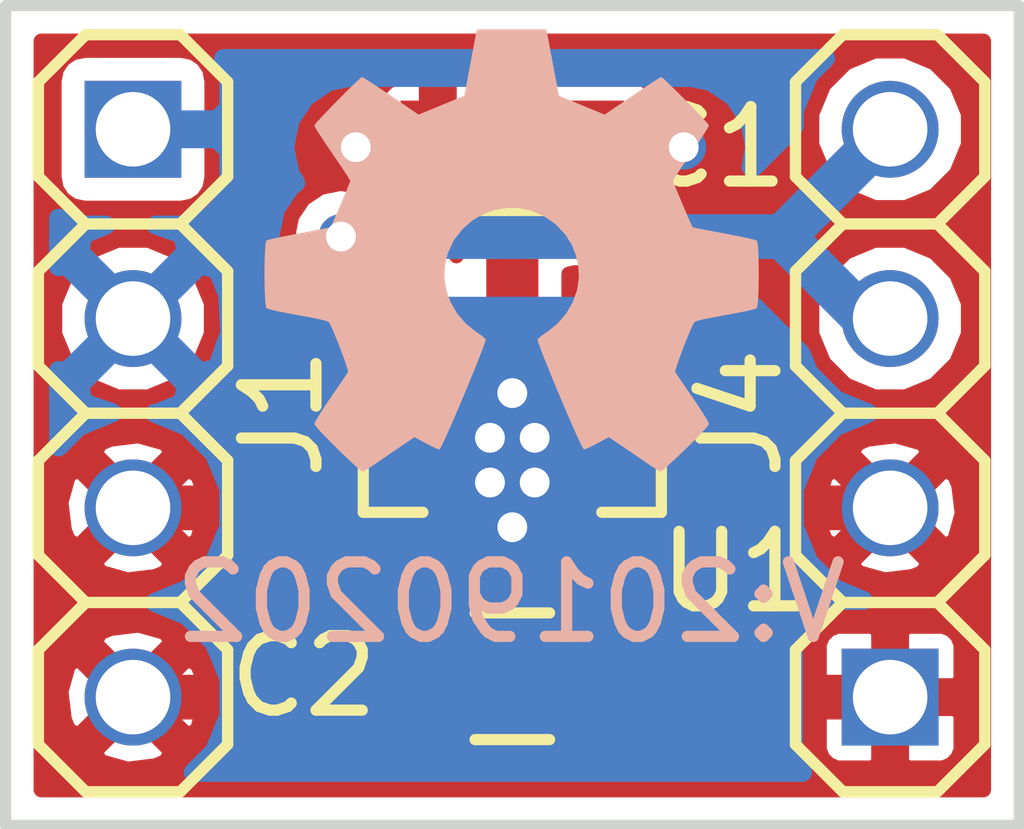
<source format=kicad_pcb>
(kicad_pcb (version 20171130) (host pcbnew 5.0.2-bee76a0~70~ubuntu18.04.1)

  (general
    (thickness 1.6)
    (drawings 4)
    (tracks 38)
    (zones 0)
    (modules 7)
    (nets 4)
  )

  (page A4)
  (layers
    (0 F.Cu signal)
    (31 B.Cu signal)
    (32 B.Adhes user)
    (33 F.Adhes user)
    (34 B.Paste user)
    (35 F.Paste user)
    (36 B.SilkS user)
    (37 F.SilkS user)
    (38 B.Mask user)
    (39 F.Mask user)
    (40 Dwgs.User user)
    (41 Cmts.User user)
    (42 Eco1.User user)
    (43 Eco2.User user)
    (44 Edge.Cuts user)
    (45 Margin user)
    (46 B.CrtYd user)
    (47 F.CrtYd user)
    (48 B.Fab user)
    (49 F.Fab user)
  )

  (setup
    (last_trace_width 0.1524)
    (user_trace_width 0.1524)
    (user_trace_width 0.2)
    (user_trace_width 0.3)
    (user_trace_width 0.4)
    (user_trace_width 0.6)
    (user_trace_width 1)
    (user_trace_width 1.5)
    (user_trace_width 2)
    (trace_clearance 0.1524)
    (zone_clearance 0.3)
    (zone_45_only no)
    (trace_min 0.1524)
    (segment_width 0.2)
    (edge_width 0.15)
    (via_size 0.381)
    (via_drill 0.254)
    (via_min_size 0.381)
    (via_min_drill 0.254)
    (user_via 0.381 0.254)
    (user_via 0.55 0.4)
    (user_via 0.75 0.6)
    (user_via 0.95 0.8)
    (user_via 1.3 1)
    (user_via 1.5 1.2)
    (user_via 1.7 1.4)
    (user_via 1.9 1.6)
    (uvia_size 0.381)
    (uvia_drill 0.254)
    (uvias_allowed no)
    (uvia_min_size 0.381)
    (uvia_min_drill 0.254)
    (pcb_text_width 0.3)
    (pcb_text_size 1.5 1.5)
    (mod_edge_width 0.15)
    (mod_text_size 1 1)
    (mod_text_width 0.15)
    (pad_size 1 1.25)
    (pad_drill 0)
    (pad_to_mask_clearance 0.05)
    (solder_mask_min_width 0.1)
    (aux_axis_origin 0 0)
    (visible_elements FFFFFF7F)
    (pcbplotparams
      (layerselection 0x010f0_ffffffff)
      (usegerberextensions true)
      (usegerberattributes false)
      (usegerberadvancedattributes false)
      (creategerberjobfile false)
      (excludeedgelayer true)
      (linewidth 0.100000)
      (plotframeref false)
      (viasonmask false)
      (mode 1)
      (useauxorigin false)
      (hpglpennumber 1)
      (hpglpenspeed 20)
      (hpglpendiameter 15.000000)
      (psnegative false)
      (psa4output false)
      (plotreference true)
      (plotvalue true)
      (plotinvisibletext false)
      (padsonsilk false)
      (subtractmaskfromsilk false)
      (outputformat 1)
      (mirror false)
      (drillshape 0)
      (scaleselection 1)
      (outputdirectory "MCP1702_SOT89_breakoutmodule_JST_plots"))
  )

  (net 0 "")
  (net 1 +12V)
  (net 2 GND)
  (net 3 VDD)

  (net_class Default "This is the default net class."
    (clearance 0.1524)
    (trace_width 0.1524)
    (via_dia 0.381)
    (via_drill 0.254)
    (uvia_dia 0.381)
    (uvia_drill 0.254)
    (add_net +12V)
    (add_net GND)
    (add_net VDD)
  )

  (module SquantorIC:SOT89-ViaTab-Microchip-MB (layer F.Cu) (tedit 5C0A7B02) (tstamp 5C0A8B4E)
    (at 135.9 76.1 180)
    (path /5BE4AA1E)
    (fp_text reference U1 (at -3 -3.5 180) (layer F.SilkS)
      (effects (font (size 1 1) (thickness 0.15)))
    )
    (fp_text value MCP1702-MB (at 0 2 180) (layer F.Fab) hide
      (effects (font (size 1 1) (thickness 0.15)))
    )
    (fp_line (start 2 -2.7) (end 2 -1) (layer F.SilkS) (width 0.15))
    (fp_line (start 1.2 -2.7) (end 2 -2.7) (layer F.SilkS) (width 0.15))
    (fp_line (start -2 -2.7) (end -1.2 -2.7) (layer F.SilkS) (width 0.15))
    (fp_line (start -2 -1) (end -2 -2.7) (layer F.SilkS) (width 0.15))
    (pad 1 smd rect (at -1.5 0 180) (size 0.7 1.4) (layers F.Cu F.Paste F.Mask)
      (net 2 GND))
    (pad 2 smd rect (at 0 0 180) (size 0.7 1.4) (layers F.Cu F.Paste F.Mask)
      (net 1 +12V))
    (pad 3 smd rect (at 1.5 0 180) (size 0.7 1.4) (layers F.Cu F.Paste F.Mask)
      (net 3 VDD))
    (pad TAB smd oval (at 0 -2.1 180) (size 2 3.05) (layers F.Cu F.Paste F.Mask)
      (net 1 +12V) (zone_connect 2))
    (pad TAB thru_hole rect (at -0.3 -1.7 180) (size 0.6 0.6) (drill 0.4) (layers *.Cu *.Mask)
      (net 1 +12V) (zone_connect 2))
    (pad TAB thru_hole rect (at 0.3 -1.7 180) (size 0.6 0.6) (drill 0.4) (layers *.Cu *.Mask)
      (net 1 +12V) (zone_connect 2))
    (pad TAB thru_hole rect (at 0.3 -2.3 180) (size 0.6 0.6) (drill 0.4) (layers *.Cu *.Mask)
      (net 1 +12V) (zone_connect 2))
    (pad TAB thru_hole rect (at -0.3 -2.3 180) (size 0.6 0.6) (drill 0.4) (layers *.Cu *.Mask)
      (net 1 +12V) (zone_connect 2))
    (pad TAB thru_hole rect (at 0 -2.9 180) (size 0.6 0.6) (drill 0.4) (layers *.Cu *.Mask)
      (net 1 +12V) (zone_connect 2))
    (pad TAB thru_hole rect (at 0 -1.1 180) (size 0.6 0.6) (drill 0.4) (layers *.Cu *.Mask)
      (net 1 +12V) (zone_connect 2))
  )

  (module Symbols:OSHW-Symbol_6.7x6mm_SilkScreen (layer B.Cu) (tedit 0) (tstamp 5A135134)
    (at 135.9 75.3 180)
    (descr "Open Source Hardware Symbol")
    (tags "Logo Symbol OSHW")
    (path /5A135869)
    (attr virtual)
    (fp_text reference N1 (at 0 0 180) (layer B.SilkS) hide
      (effects (font (size 1 1) (thickness 0.15)) (justify mirror))
    )
    (fp_text value OHWLOGO (at 0.75 0 180) (layer B.Fab) hide
      (effects (font (size 1 1) (thickness 0.15)) (justify mirror))
    )
    (fp_poly (pts (xy 0.555814 2.531069) (xy 0.639635 2.086445) (xy 0.94892 1.958947) (xy 1.258206 1.831449)
      (xy 1.629246 2.083754) (xy 1.733157 2.154004) (xy 1.827087 2.216728) (xy 1.906652 2.269062)
      (xy 1.96747 2.308143) (xy 2.005157 2.331107) (xy 2.015421 2.336058) (xy 2.03391 2.323324)
      (xy 2.07342 2.288118) (xy 2.129522 2.234938) (xy 2.197787 2.168282) (xy 2.273786 2.092646)
      (xy 2.353092 2.012528) (xy 2.431275 1.932426) (xy 2.503907 1.856836) (xy 2.566559 1.790255)
      (xy 2.614803 1.737182) (xy 2.64421 1.702113) (xy 2.651241 1.690377) (xy 2.641123 1.66874)
      (xy 2.612759 1.621338) (xy 2.569129 1.552807) (xy 2.513218 1.467785) (xy 2.448006 1.370907)
      (xy 2.410219 1.31565) (xy 2.341343 1.214752) (xy 2.28014 1.123701) (xy 2.229578 1.04703)
      (xy 2.192628 0.989272) (xy 2.172258 0.954957) (xy 2.169197 0.947746) (xy 2.176136 0.927252)
      (xy 2.195051 0.879487) (xy 2.223087 0.811168) (xy 2.257391 0.729011) (xy 2.295109 0.63973)
      (xy 2.333387 0.550042) (xy 2.36937 0.466662) (xy 2.400206 0.396306) (xy 2.423039 0.34569)
      (xy 2.435017 0.321529) (xy 2.435724 0.320578) (xy 2.454531 0.315964) (xy 2.504618 0.305672)
      (xy 2.580793 0.290713) (xy 2.677865 0.272099) (xy 2.790643 0.250841) (xy 2.856442 0.238582)
      (xy 2.97695 0.215638) (xy 3.085797 0.193805) (xy 3.177476 0.174278) (xy 3.246481 0.158252)
      (xy 3.287304 0.146921) (xy 3.295511 0.143326) (xy 3.303548 0.118994) (xy 3.310033 0.064041)
      (xy 3.31497 -0.015108) (xy 3.318364 -0.112026) (xy 3.320218 -0.220287) (xy 3.320538 -0.333465)
      (xy 3.319327 -0.445135) (xy 3.31659 -0.548868) (xy 3.312331 -0.638241) (xy 3.306555 -0.706826)
      (xy 3.299267 -0.748197) (xy 3.294895 -0.75681) (xy 3.268764 -0.767133) (xy 3.213393 -0.781892)
      (xy 3.136107 -0.799352) (xy 3.04423 -0.81778) (xy 3.012158 -0.823741) (xy 2.857524 -0.852066)
      (xy 2.735375 -0.874876) (xy 2.641673 -0.89308) (xy 2.572384 -0.907583) (xy 2.523471 -0.919292)
      (xy 2.490897 -0.929115) (xy 2.470628 -0.937956) (xy 2.458626 -0.946724) (xy 2.456947 -0.948457)
      (xy 2.440184 -0.976371) (xy 2.414614 -1.030695) (xy 2.382788 -1.104777) (xy 2.34726 -1.191965)
      (xy 2.310583 -1.285608) (xy 2.275311 -1.379052) (xy 2.243996 -1.465647) (xy 2.219193 -1.53874)
      (xy 2.203454 -1.591678) (xy 2.199332 -1.617811) (xy 2.199676 -1.618726) (xy 2.213641 -1.640086)
      (xy 2.245322 -1.687084) (xy 2.291391 -1.754827) (xy 2.348518 -1.838423) (xy 2.413373 -1.932982)
      (xy 2.431843 -1.959854) (xy 2.497699 -2.057275) (xy 2.55565 -2.146163) (xy 2.602538 -2.221412)
      (xy 2.635207 -2.27792) (xy 2.6505 -2.310581) (xy 2.651241 -2.314593) (xy 2.638392 -2.335684)
      (xy 2.602888 -2.377464) (xy 2.549293 -2.435445) (xy 2.482171 -2.505135) (xy 2.406087 -2.582045)
      (xy 2.325604 -2.661683) (xy 2.245287 -2.739561) (xy 2.169699 -2.811186) (xy 2.103405 -2.87207)
      (xy 2.050969 -2.917721) (xy 2.016955 -2.94365) (xy 2.007545 -2.947883) (xy 1.985643 -2.937912)
      (xy 1.9408 -2.91102) (xy 1.880321 -2.871736) (xy 1.833789 -2.840117) (xy 1.749475 -2.782098)
      (xy 1.649626 -2.713784) (xy 1.549473 -2.645579) (xy 1.495627 -2.609075) (xy 1.313371 -2.4858)
      (xy 1.160381 -2.56852) (xy 1.090682 -2.604759) (xy 1.031414 -2.632926) (xy 0.991311 -2.648991)
      (xy 0.981103 -2.651226) (xy 0.968829 -2.634722) (xy 0.944613 -2.588082) (xy 0.910263 -2.515609)
      (xy 0.867588 -2.421606) (xy 0.818394 -2.310374) (xy 0.76449 -2.186215) (xy 0.707684 -2.053432)
      (xy 0.649782 -1.916327) (xy 0.592593 -1.779202) (xy 0.537924 -1.646358) (xy 0.487584 -1.522098)
      (xy 0.44338 -1.410725) (xy 0.407119 -1.316539) (xy 0.380609 -1.243844) (xy 0.365658 -1.196941)
      (xy 0.363254 -1.180833) (xy 0.382311 -1.160286) (xy 0.424036 -1.126933) (xy 0.479706 -1.087702)
      (xy 0.484378 -1.084599) (xy 0.628264 -0.969423) (xy 0.744283 -0.835053) (xy 0.83143 -0.685784)
      (xy 0.888699 -0.525913) (xy 0.915086 -0.359737) (xy 0.909585 -0.191552) (xy 0.87119 -0.025655)
      (xy 0.798895 0.133658) (xy 0.777626 0.168513) (xy 0.666996 0.309263) (xy 0.536302 0.422286)
      (xy 0.390064 0.506997) (xy 0.232808 0.562806) (xy 0.069057 0.589126) (xy -0.096667 0.58537)
      (xy -0.259838 0.55095) (xy -0.415935 0.485277) (xy -0.560433 0.387765) (xy -0.605131 0.348187)
      (xy -0.718888 0.224297) (xy -0.801782 0.093876) (xy -0.858644 -0.052315) (xy -0.890313 -0.197088)
      (xy -0.898131 -0.35986) (xy -0.872062 -0.52344) (xy -0.814755 -0.682298) (xy -0.728856 -0.830906)
      (xy -0.617014 -0.963735) (xy -0.481877 -1.075256) (xy -0.464117 -1.087011) (xy -0.40785 -1.125508)
      (xy -0.365077 -1.158863) (xy -0.344628 -1.18016) (xy -0.344331 -1.180833) (xy -0.348721 -1.203871)
      (xy -0.366124 -1.256157) (xy -0.394732 -1.33339) (xy -0.432735 -1.431268) (xy -0.478326 -1.545491)
      (xy -0.529697 -1.671758) (xy -0.585038 -1.805767) (xy -0.642542 -1.943218) (xy -0.700399 -2.079808)
      (xy -0.756802 -2.211237) (xy -0.809942 -2.333205) (xy -0.85801 -2.441409) (xy -0.899199 -2.531549)
      (xy -0.931699 -2.599323) (xy -0.953703 -2.64043) (xy -0.962564 -2.651226) (xy -0.98964 -2.642819)
      (xy -1.040303 -2.620272) (xy -1.105817 -2.587613) (xy -1.141841 -2.56852) (xy -1.294832 -2.4858)
      (xy -1.477088 -2.609075) (xy -1.570125 -2.672228) (xy -1.671985 -2.741727) (xy -1.767438 -2.807165)
      (xy -1.81525 -2.840117) (xy -1.882495 -2.885273) (xy -1.939436 -2.921057) (xy -1.978646 -2.942938)
      (xy -1.991381 -2.947563) (xy -2.009917 -2.935085) (xy -2.050941 -2.900252) (xy -2.110475 -2.846678)
      (xy -2.184542 -2.777983) (xy -2.269165 -2.697781) (xy -2.322685 -2.646286) (xy -2.416319 -2.554286)
      (xy -2.497241 -2.471999) (xy -2.562177 -2.402945) (xy -2.607858 -2.350644) (xy -2.631011 -2.318616)
      (xy -2.633232 -2.312116) (xy -2.622924 -2.287394) (xy -2.594439 -2.237405) (xy -2.550937 -2.167212)
      (xy -2.495577 -2.081875) (xy -2.43152 -1.986456) (xy -2.413303 -1.959854) (xy -2.346927 -1.863167)
      (xy -2.287378 -1.776117) (xy -2.237984 -1.703595) (xy -2.202075 -1.650493) (xy -2.182981 -1.621703)
      (xy -2.181136 -1.618726) (xy -2.183895 -1.595782) (xy -2.198538 -1.545336) (xy -2.222513 -1.474041)
      (xy -2.253266 -1.388547) (xy -2.288244 -1.295507) (xy -2.324893 -1.201574) (xy -2.360661 -1.113399)
      (xy -2.392994 -1.037634) (xy -2.419338 -0.980931) (xy -2.437142 -0.949943) (xy -2.438407 -0.948457)
      (xy -2.449294 -0.939601) (xy -2.467682 -0.930843) (xy -2.497606 -0.921277) (xy -2.543103 -0.909996)
      (xy -2.608209 -0.896093) (xy -2.696961 -0.878663) (xy -2.813393 -0.856798) (xy -2.961542 -0.829591)
      (xy -2.993618 -0.823741) (xy -3.088686 -0.805374) (xy -3.171565 -0.787405) (xy -3.23493 -0.771569)
      (xy -3.271458 -0.7596) (xy -3.276356 -0.75681) (xy -3.284427 -0.732072) (xy -3.290987 -0.67679)
      (xy -3.296033 -0.597389) (xy -3.299559 -0.500296) (xy -3.301561 -0.391938) (xy -3.302036 -0.27874)
      (xy -3.300977 -0.167128) (xy -3.298382 -0.063529) (xy -3.294246 0.025632) (xy -3.288563 0.093928)
      (xy -3.281331 0.134934) (xy -3.276971 0.143326) (xy -3.252698 0.151792) (xy -3.197426 0.165565)
      (xy -3.116662 0.18345) (xy -3.015912 0.204252) (xy -2.900683 0.226777) (xy -2.837902 0.238582)
      (xy -2.718787 0.260849) (xy -2.612565 0.281021) (xy -2.524427 0.298085) (xy -2.459566 0.311031)
      (xy -2.423174 0.318845) (xy -2.417184 0.320578) (xy -2.407061 0.34011) (xy -2.385662 0.387157)
      (xy -2.355839 0.454997) (xy -2.320445 0.536909) (xy -2.282332 0.626172) (xy -2.244353 0.716065)
      (xy -2.20936 0.799865) (xy -2.180206 0.870853) (xy -2.159743 0.922306) (xy -2.150823 0.947503)
      (xy -2.150657 0.948604) (xy -2.160769 0.968481) (xy -2.189117 1.014223) (xy -2.232723 1.081283)
      (xy -2.288606 1.165116) (xy -2.353787 1.261174) (xy -2.391679 1.31635) (xy -2.460725 1.417519)
      (xy -2.52205 1.50937) (xy -2.572663 1.587256) (xy -2.609571 1.646531) (xy -2.629782 1.682549)
      (xy -2.632701 1.690623) (xy -2.620153 1.709416) (xy -2.585463 1.749543) (xy -2.533063 1.806507)
      (xy -2.467384 1.875815) (xy -2.392856 1.952969) (xy -2.313913 2.033475) (xy -2.234983 2.112837)
      (xy -2.1605 2.18656) (xy -2.094894 2.250148) (xy -2.042596 2.299106) (xy -2.008039 2.328939)
      (xy -1.996478 2.336058) (xy -1.977654 2.326047) (xy -1.932631 2.297922) (xy -1.865787 2.254546)
      (xy -1.781499 2.198782) (xy -1.684144 2.133494) (xy -1.610707 2.083754) (xy -1.239667 1.831449)
      (xy -0.621095 2.086445) (xy -0.537275 2.531069) (xy -0.453454 2.975693) (xy 0.471994 2.975693)
      (xy 0.555814 2.531069)) (layer B.SilkS) (width 0.01))
  )

  (module SquantorLabels:Label_version (layer B.Cu) (tedit 5B5A1E49) (tstamp 5BFE77D5)
    (at 135.3 80.01 90)
    (path /5A1357A5)
    (fp_text reference N2 (at 0 -1.4 90) (layer B.Fab) hide
      (effects (font (size 1 1) (thickness 0.15)) (justify mirror))
    )
    (fp_text value 20190202 (at 0 -0.1 180) (layer B.SilkS)
      (effects (font (size 1 1) (thickness 0.15)) (justify mirror))
    )
    (fp_text user V: (at 0 4.4 180) (layer B.SilkS)
      (effects (font (size 1 1) (thickness 0.15)) (justify mirror))
    )
  )

  (module SquantorRcl:C_0805 (layer F.Cu) (tedit 5415D6EA) (tstamp 5BFD038B)
    (at 135.9 73.9 180)
    (descr "Capacitor SMD 0805, reflow soldering, AVX (see smccp.pdf)")
    (tags "capacitor 0805")
    (path /5BE4AAB5)
    (attr smd)
    (fp_text reference C1 (at -2.7 0 180) (layer F.SilkS)
      (effects (font (size 1 1) (thickness 0.15)))
    )
    (fp_text value C (at -2.7 0 180) (layer F.Fab)
      (effects (font (size 1 1) (thickness 0.15)))
    )
    (fp_line (start -1 0.625) (end -1 -0.625) (layer F.Fab) (width 0.15))
    (fp_line (start 1 0.625) (end -1 0.625) (layer F.Fab) (width 0.15))
    (fp_line (start 1 -0.625) (end 1 0.625) (layer F.Fab) (width 0.15))
    (fp_line (start -1 -0.625) (end 1 -0.625) (layer F.Fab) (width 0.15))
    (fp_line (start -1.8 -1) (end 1.8 -1) (layer F.CrtYd) (width 0.05))
    (fp_line (start -1.8 1) (end 1.8 1) (layer F.CrtYd) (width 0.05))
    (fp_line (start -1.8 -1) (end -1.8 1) (layer F.CrtYd) (width 0.05))
    (fp_line (start 1.8 -1) (end 1.8 1) (layer F.CrtYd) (width 0.05))
    (fp_line (start 0.5 -0.85) (end -0.5 -0.85) (layer F.SilkS) (width 0.15))
    (fp_line (start -0.5 0.85) (end 0.5 0.85) (layer F.SilkS) (width 0.15))
    (pad 1 smd rect (at -1 0 180) (size 1 1.25) (layers F.Cu F.Paste F.Mask)
      (net 1 +12V))
    (pad 2 smd rect (at 1 0 180) (size 1 1.25) (layers F.Cu F.Paste F.Mask)
      (net 2 GND))
    (model Capacitors_SMD.3dshapes/C_0805.wrl
      (at (xyz 0 0 0))
      (scale (xyz 1 1 1))
      (rotate (xyz 0 0 0))
    )
  )

  (module SquantorRcl:C_0805 (layer F.Cu) (tedit 5415D6EA) (tstamp 5BFD039B)
    (at 135.9 81)
    (descr "Capacitor SMD 0805, reflow soldering, AVX (see smccp.pdf)")
    (tags "capacitor 0805")
    (path /5BE4AAF0)
    (attr smd)
    (fp_text reference C2 (at -2.8 0) (layer F.SilkS)
      (effects (font (size 1 1) (thickness 0.15)))
    )
    (fp_text value C (at -2.9 0) (layer F.Fab)
      (effects (font (size 1 1) (thickness 0.15)))
    )
    (fp_line (start -0.5 0.85) (end 0.5 0.85) (layer F.SilkS) (width 0.15))
    (fp_line (start 0.5 -0.85) (end -0.5 -0.85) (layer F.SilkS) (width 0.15))
    (fp_line (start 1.8 -1) (end 1.8 1) (layer F.CrtYd) (width 0.05))
    (fp_line (start -1.8 -1) (end -1.8 1) (layer F.CrtYd) (width 0.05))
    (fp_line (start -1.8 1) (end 1.8 1) (layer F.CrtYd) (width 0.05))
    (fp_line (start -1.8 -1) (end 1.8 -1) (layer F.CrtYd) (width 0.05))
    (fp_line (start -1 -0.625) (end 1 -0.625) (layer F.Fab) (width 0.15))
    (fp_line (start 1 -0.625) (end 1 0.625) (layer F.Fab) (width 0.15))
    (fp_line (start 1 0.625) (end -1 0.625) (layer F.Fab) (width 0.15))
    (fp_line (start -1 0.625) (end -1 -0.625) (layer F.Fab) (width 0.15))
    (pad 2 smd rect (at 1 0) (size 1 1.25) (layers F.Cu F.Paste F.Mask)
      (net 2 GND))
    (pad 1 smd rect (at -1 0) (size 1 1.25) (layers F.Cu F.Paste F.Mask)
      (net 3 VDD))
    (model Capacitors_SMD.3dshapes/C_0805.wrl
      (at (xyz 0 0 0))
      (scale (xyz 1 1 1))
      (rotate (xyz 0 0 0))
    )
  )

  (module SquantorConnectors:Header-0254-1X04-H010 (layer F.Cu) (tedit 5BE5435D) (tstamp 5BFD03C0)
    (at 130.81 77.47 270)
    (descr "PIN HEADER")
    (tags "PIN HEADER")
    (path /5BE4B042)
    (attr virtual)
    (fp_text reference J1 (at 0 -2 270) (layer F.SilkS)
      (effects (font (size 1 1) (thickness 0.15)))
    )
    (fp_text value Conn_01x04 (at 0 2.2 270) (layer F.Fab) hide
      (effects (font (size 1 1) (thickness 0.15)))
    )
    (fp_line (start 0 -0.635) (end 0.635 -1.27) (layer F.SilkS) (width 0.1524))
    (fp_line (start 0.635 -1.27) (end 1.905 -1.27) (layer F.SilkS) (width 0.1524))
    (fp_line (start 1.905 -1.27) (end 2.54 -0.635) (layer F.SilkS) (width 0.1524))
    (fp_line (start 2.54 -0.635) (end 2.54 0.635) (layer F.SilkS) (width 0.1524))
    (fp_line (start 2.54 0.635) (end 1.905 1.27) (layer F.SilkS) (width 0.1524))
    (fp_line (start 1.905 1.27) (end 0.635 1.27) (layer F.SilkS) (width 0.1524))
    (fp_line (start 0.635 1.27) (end 0 0.635) (layer F.SilkS) (width 0.1524))
    (fp_line (start -4.445 -1.27) (end -3.175 -1.27) (layer F.SilkS) (width 0.1524))
    (fp_line (start -3.175 -1.27) (end -2.54 -0.635) (layer F.SilkS) (width 0.1524))
    (fp_line (start -2.54 -0.635) (end -2.54 0.635) (layer F.SilkS) (width 0.1524))
    (fp_line (start -2.54 0.635) (end -3.175 1.27) (layer F.SilkS) (width 0.1524))
    (fp_line (start -2.54 -0.635) (end -1.905 -1.27) (layer F.SilkS) (width 0.1524))
    (fp_line (start -1.905 -1.27) (end -0.635 -1.27) (layer F.SilkS) (width 0.1524))
    (fp_line (start -0.635 -1.27) (end 0 -0.635) (layer F.SilkS) (width 0.1524))
    (fp_line (start 0 -0.635) (end 0 0.635) (layer F.SilkS) (width 0.1524))
    (fp_line (start 0 0.635) (end -0.635 1.27) (layer F.SilkS) (width 0.1524))
    (fp_line (start -0.635 1.27) (end -1.905 1.27) (layer F.SilkS) (width 0.1524))
    (fp_line (start -1.905 1.27) (end -2.54 0.635) (layer F.SilkS) (width 0.1524))
    (fp_line (start -5.08 -0.635) (end -5.08 0.635) (layer F.SilkS) (width 0.1524))
    (fp_line (start -4.445 -1.27) (end -5.08 -0.635) (layer F.SilkS) (width 0.1524))
    (fp_line (start -5.08 0.635) (end -4.445 1.27) (layer F.SilkS) (width 0.1524))
    (fp_line (start -3.175 1.27) (end -4.445 1.27) (layer F.SilkS) (width 0.1524))
    (fp_line (start 3.175 -1.27) (end 4.445 -1.27) (layer F.SilkS) (width 0.1524))
    (fp_line (start 4.445 -1.27) (end 5.08 -0.635) (layer F.SilkS) (width 0.1524))
    (fp_line (start 5.08 -0.635) (end 5.08 0.635) (layer F.SilkS) (width 0.1524))
    (fp_line (start 5.08 0.635) (end 4.445 1.27) (layer F.SilkS) (width 0.1524))
    (fp_line (start 3.175 -1.27) (end 2.54 -0.635) (layer F.SilkS) (width 0.1524))
    (fp_line (start 2.54 0.635) (end 3.175 1.27) (layer F.SilkS) (width 0.1524))
    (fp_line (start 4.445 1.27) (end 3.175 1.27) (layer F.SilkS) (width 0.1524))
    (pad 1 thru_hole rect (at -3.81 0 90) (size 1.3 1.3) (drill 1) (layers *.Cu *.Mask)
      (net 1 +12V))
    (pad 2 thru_hole circle (at -1.27 0 90) (size 1.3 1.3) (drill 1) (layers *.Cu *.Mask)
      (net 1 +12V))
    (pad 3 thru_hole circle (at 1.27 0 90) (size 1.3 1.3) (drill 1) (layers *.Cu *.Mask)
      (net 2 GND))
    (pad 4 thru_hole circle (at 3.81 0 90) (size 1.3 1.3) (drill 1) (layers *.Cu *.Mask)
      (net 2 GND))
  )

  (module SquantorConnectors:Header-0254-1X04-H010 (layer F.Cu) (tedit 5BE54358) (tstamp 5BFD0433)
    (at 140.97 77.47 90)
    (descr "PIN HEADER")
    (tags "PIN HEADER")
    (path /5BE4B50D)
    (attr virtual)
    (fp_text reference J4 (at 0 -2 90) (layer F.SilkS)
      (effects (font (size 1 1) (thickness 0.15)))
    )
    (fp_text value Conn_01x04 (at 0 2.2 90) (layer F.Fab) hide
      (effects (font (size 1 1) (thickness 0.15)))
    )
    (fp_line (start 4.445 1.27) (end 3.175 1.27) (layer F.SilkS) (width 0.1524))
    (fp_line (start 2.54 0.635) (end 3.175 1.27) (layer F.SilkS) (width 0.1524))
    (fp_line (start 3.175 -1.27) (end 2.54 -0.635) (layer F.SilkS) (width 0.1524))
    (fp_line (start 5.08 0.635) (end 4.445 1.27) (layer F.SilkS) (width 0.1524))
    (fp_line (start 5.08 -0.635) (end 5.08 0.635) (layer F.SilkS) (width 0.1524))
    (fp_line (start 4.445 -1.27) (end 5.08 -0.635) (layer F.SilkS) (width 0.1524))
    (fp_line (start 3.175 -1.27) (end 4.445 -1.27) (layer F.SilkS) (width 0.1524))
    (fp_line (start -3.175 1.27) (end -4.445 1.27) (layer F.SilkS) (width 0.1524))
    (fp_line (start -5.08 0.635) (end -4.445 1.27) (layer F.SilkS) (width 0.1524))
    (fp_line (start -4.445 -1.27) (end -5.08 -0.635) (layer F.SilkS) (width 0.1524))
    (fp_line (start -5.08 -0.635) (end -5.08 0.635) (layer F.SilkS) (width 0.1524))
    (fp_line (start -1.905 1.27) (end -2.54 0.635) (layer F.SilkS) (width 0.1524))
    (fp_line (start -0.635 1.27) (end -1.905 1.27) (layer F.SilkS) (width 0.1524))
    (fp_line (start 0 0.635) (end -0.635 1.27) (layer F.SilkS) (width 0.1524))
    (fp_line (start 0 -0.635) (end 0 0.635) (layer F.SilkS) (width 0.1524))
    (fp_line (start -0.635 -1.27) (end 0 -0.635) (layer F.SilkS) (width 0.1524))
    (fp_line (start -1.905 -1.27) (end -0.635 -1.27) (layer F.SilkS) (width 0.1524))
    (fp_line (start -2.54 -0.635) (end -1.905 -1.27) (layer F.SilkS) (width 0.1524))
    (fp_line (start -2.54 0.635) (end -3.175 1.27) (layer F.SilkS) (width 0.1524))
    (fp_line (start -2.54 -0.635) (end -2.54 0.635) (layer F.SilkS) (width 0.1524))
    (fp_line (start -3.175 -1.27) (end -2.54 -0.635) (layer F.SilkS) (width 0.1524))
    (fp_line (start -4.445 -1.27) (end -3.175 -1.27) (layer F.SilkS) (width 0.1524))
    (fp_line (start 0.635 1.27) (end 0 0.635) (layer F.SilkS) (width 0.1524))
    (fp_line (start 1.905 1.27) (end 0.635 1.27) (layer F.SilkS) (width 0.1524))
    (fp_line (start 2.54 0.635) (end 1.905 1.27) (layer F.SilkS) (width 0.1524))
    (fp_line (start 2.54 -0.635) (end 2.54 0.635) (layer F.SilkS) (width 0.1524))
    (fp_line (start 1.905 -1.27) (end 2.54 -0.635) (layer F.SilkS) (width 0.1524))
    (fp_line (start 0.635 -1.27) (end 1.905 -1.27) (layer F.SilkS) (width 0.1524))
    (fp_line (start 0 -0.635) (end 0.635 -1.27) (layer F.SilkS) (width 0.1524))
    (pad 4 thru_hole circle (at 3.81 0 270) (size 1.3 1.3) (drill 1) (layers *.Cu *.Mask)
      (net 3 VDD))
    (pad 3 thru_hole circle (at 1.27 0 270) (size 1.3 1.3) (drill 1) (layers *.Cu *.Mask)
      (net 3 VDD))
    (pad 2 thru_hole circle (at -1.27 0 270) (size 1.3 1.3) (drill 1) (layers *.Cu *.Mask)
      (net 2 GND))
    (pad 1 thru_hole rect (at -3.81 0 270) (size 1.3 1.3) (drill 1) (layers *.Cu *.Mask)
      (net 2 GND))
  )

  (gr_line (start 142.7 72) (end 142.7 83) (layer Edge.Cuts) (width 0.15))
  (gr_line (start 129.1 83) (end 129.1 72) (layer Edge.Cuts) (width 0.15))
  (gr_line (start 142.7 72) (end 129.1 72) (layer Edge.Cuts) (width 0.15))
  (gr_line (start 129.1 83) (end 142.7 83) (layer Edge.Cuts) (width 0.15))

  (segment (start 135.9 76.1) (end 135.9 78.1) (width 0.4) (layer F.Cu) (net 1))
  (segment (start 135.9 76.1) (end 135.9 75.2) (width 0.4) (layer F.Cu) (net 1))
  (segment (start 135.9 75.2) (end 136.1 75) (width 0.4) (layer F.Cu) (net 1))
  (segment (start 136.1 75) (end 136.6 75) (width 0.4) (layer F.Cu) (net 1))
  (segment (start 136.9 74.7) (end 136.9 73.9) (width 0.4) (layer F.Cu) (net 1))
  (segment (start 136.6 75) (end 136.9 74.7) (width 0.4) (layer F.Cu) (net 1))
  (segment (start 134.9 73.9) (end 133.8 73.9) (width 0.6) (layer F.Cu) (net 2))
  (via (at 133.8 73.9) (size 0.55) (drill 0.4) (layers F.Cu B.Cu) (net 2))
  (segment (start 133.8 73.9) (end 137.7 73.9) (width 0.6) (layer B.Cu) (net 2))
  (segment (start 132.12 81.28) (end 130.81 81.28) (width 0.6) (layer F.Cu) (net 2))
  (segment (start 133.8 73.9) (end 133.2 73.9) (width 0.6) (layer F.Cu) (net 2))
  (segment (start 132.5 80.9) (end 132.12 81.28) (width 0.6) (layer F.Cu) (net 2))
  (segment (start 133.2 73.9) (end 132.5 74.6) (width 0.6) (layer F.Cu) (net 2))
  (segment (start 132.46 78.74) (end 132.5 78.7) (width 0.6) (layer F.Cu) (net 2))
  (segment (start 130.81 78.74) (end 132.46 78.74) (width 0.6) (layer F.Cu) (net 2))
  (segment (start 132.5 74.6) (end 132.5 78.7) (width 0.6) (layer F.Cu) (net 2))
  (segment (start 132.5 78.7) (end 132.5 80.9) (width 0.6) (layer F.Cu) (net 2))
  (segment (start 137.7 73.9) (end 138.2 73.9) (width 0.6) (layer B.Cu) (net 2))
  (via (at 138.2 73.9) (size 0.55) (drill 0.4) (layers F.Cu B.Cu) (net 2))
  (segment (start 138.2 81) (end 136.9 81) (width 0.6) (layer F.Cu) (net 2))
  (segment (start 138.48 81.28) (end 138.2 81) (width 0.6) (layer F.Cu) (net 2))
  (segment (start 140.97 81.28) (end 138.48 81.28) (width 0.6) (layer F.Cu) (net 2))
  (segment (start 140.97 78.74) (end 138.26 78.74) (width 0.6) (layer F.Cu) (net 2))
  (segment (start 138.26 78.74) (end 138.2 78.8) (width 0.6) (layer F.Cu) (net 2))
  (segment (start 138.2 78.8) (end 138.2 81) (width 0.6) (layer F.Cu) (net 2))
  (segment (start 137.4 76.1) (end 138.2 76.1) (width 0.4) (layer F.Cu) (net 2))
  (segment (start 138.2 73.9) (end 138.2 76.1) (width 0.6) (layer F.Cu) (net 2))
  (segment (start 138.2 76.1) (end 138.2 78.8) (width 0.6) (layer F.Cu) (net 2))
  (segment (start 134.4 76.1) (end 133.8 76.1) (width 0.4) (layer F.Cu) (net 3))
  (segment (start 133.6 76.3) (end 133.6 80.7) (width 0.6) (layer F.Cu) (net 3))
  (segment (start 133.9 81) (end 134.9 81) (width 0.6) (layer F.Cu) (net 3))
  (segment (start 133.6 80.7) (end 133.9 81) (width 0.6) (layer F.Cu) (net 3))
  (segment (start 133.6 76.3) (end 133.6 75.1) (width 0.6) (layer F.Cu) (net 3))
  (via (at 133.6 75.1) (size 0.55) (drill 0.4) (layers F.Cu B.Cu) (net 3))
  (segment (start 139.53 75.1) (end 140.97 73.66) (width 0.6) (layer B.Cu) (net 3))
  (segment (start 133.6 75.1) (end 139.53 75.1) (width 0.6) (layer B.Cu) (net 3))
  (segment (start 140.63 76.2) (end 139.53 75.1) (width 0.6) (layer B.Cu) (net 3))
  (segment (start 140.97 76.2) (end 140.63 76.2) (width 0.6) (layer B.Cu) (net 3))

  (zone (net 1) (net_name +12V) (layer B.Cu) (tstamp 5BFE787B) (hatch edge 0.508)
    (connect_pads (clearance 0.508))
    (min_thickness 0.254)
    (fill yes (arc_segments 16) (thermal_gap 0.508) (thermal_bridge_width 0.508))
    (polygon
      (pts
        (xy 129.1 72) (xy 142.7 72) (xy 142.7 83) (xy 129.1 83)
      )
    )
    (filled_polygon
      (pts
        (xy 139.880629 72.932106) (xy 139.685 73.404398) (xy 139.685 73.622711) (xy 139.142711 74.165) (xy 139.100605 74.165)
        (xy 139.153317 73.9) (xy 139.08075 73.535181) (xy 138.874097 73.225903) (xy 138.564819 73.01925) (xy 138.292086 72.965)
        (xy 133.707914 72.965) (xy 133.435181 73.01925) (xy 133.125903 73.225903) (xy 132.91925 73.535181) (xy 132.846683 73.9)
        (xy 132.91925 74.264819) (xy 132.995715 74.379256) (xy 132.925903 74.425903) (xy 132.71925 74.735181) (xy 132.646683 75.1)
        (xy 132.71925 75.464819) (xy 132.925903 75.774097) (xy 133.235181 75.98075) (xy 133.507914 76.035) (xy 139.142711 76.035)
        (xy 139.771046 76.663335) (xy 139.880629 76.927894) (xy 140.242106 77.289371) (xy 140.678185 77.47) (xy 140.242106 77.650629)
        (xy 139.880629 78.012106) (xy 139.685 78.484398) (xy 139.685 78.995602) (xy 139.880629 79.467894) (xy 140.242106 79.829371)
        (xy 140.611938 79.98256) (xy 140.32 79.98256) (xy 140.072235 80.031843) (xy 139.862191 80.172191) (xy 139.721843 80.382235)
        (xy 139.67256 80.63) (xy 139.67256 81.93) (xy 139.721843 82.177765) (xy 139.796837 82.29) (xy 131.617265 82.29)
        (xy 131.899371 82.007894) (xy 132.095 81.535602) (xy 132.095 81.024398) (xy 131.899371 80.552106) (xy 131.537894 80.190629)
        (xy 131.101815 80.01) (xy 131.537894 79.829371) (xy 131.899371 79.467894) (xy 132.095 78.995602) (xy 132.095 78.484398)
        (xy 131.899371 78.012106) (xy 131.537894 77.650629) (xy 131.102366 77.470228) (xy 131.139428 77.468083) (xy 131.473729 77.329611)
        (xy 131.52941 77.099016) (xy 130.81 76.379605) (xy 130.09059 77.099016) (xy 130.146271 77.329611) (xy 130.532574 77.46404)
        (xy 130.082106 77.650629) (xy 129.81 77.922735) (xy 129.81 76.895026) (xy 129.910984 76.91941) (xy 130.630395 76.2)
        (xy 130.989605 76.2) (xy 131.709016 76.91941) (xy 131.939611 76.863729) (xy 132.107622 76.380922) (xy 132.078083 75.870572)
        (xy 131.939611 75.536271) (xy 131.709016 75.48059) (xy 130.989605 76.2) (xy 130.630395 76.2) (xy 129.910984 75.48059)
        (xy 129.81 75.504974) (xy 129.81 74.852344) (xy 130.03369 74.945) (xy 130.448987 74.945) (xy 130.146271 75.070389)
        (xy 130.09059 75.300984) (xy 130.81 76.020395) (xy 131.52941 75.300984) (xy 131.473729 75.070389) (xy 131.113403 74.945)
        (xy 131.58631 74.945) (xy 131.819699 74.848327) (xy 131.998327 74.669698) (xy 132.095 74.436309) (xy 132.095 73.94575)
        (xy 131.93625 73.787) (xy 130.937 73.787) (xy 130.937 73.807) (xy 130.683 73.807) (xy 130.683 73.787)
        (xy 130.663 73.787) (xy 130.663 73.533) (xy 130.683 73.533) (xy 130.683 73.513) (xy 130.937 73.513)
        (xy 130.937 73.533) (xy 131.93625 73.533) (xy 132.095 73.37425) (xy 132.095 72.883691) (xy 132.023055 72.71)
        (xy 140.102735 72.71)
      )
    )
  )
  (zone (net 2) (net_name GND) (layer F.Cu) (tstamp 5BFE7878) (hatch edge 0.508)
    (connect_pads (clearance 0.3))
    (min_thickness 0.2)
    (fill yes (arc_segments 16) (thermal_gap 0.2) (thermal_bridge_width 0.508))
    (polygon
      (pts
        (xy 129.1 72) (xy 142.7 72) (xy 142.7 83) (xy 129.1 83)
      )
    )
    (filled_polygon
      (pts
        (xy 142.225001 82.525) (xy 129.575 82.525) (xy 129.575 82.01132) (xy 130.296469 82.01132) (xy 130.372495 82.144175)
        (xy 130.736503 82.24582) (xy 131.111702 82.200427) (xy 131.247505 82.144175) (xy 131.323531 82.01132) (xy 130.81 81.497789)
        (xy 130.296469 82.01132) (xy 129.575 82.01132) (xy 129.575 81.206503) (xy 129.84418 81.206503) (xy 129.889573 81.581702)
        (xy 129.945825 81.717505) (xy 130.07868 81.793531) (xy 130.592211 81.28) (xy 131.027789 81.28) (xy 131.54132 81.793531)
        (xy 131.674175 81.717505) (xy 131.77582 81.353497) (xy 131.730427 80.978298) (xy 131.674175 80.842495) (xy 131.54132 80.766469)
        (xy 131.027789 81.28) (xy 130.592211 81.28) (xy 130.07868 80.766469) (xy 129.945825 80.842495) (xy 129.84418 81.206503)
        (xy 129.575 81.206503) (xy 129.575 80.54868) (xy 130.296469 80.54868) (xy 130.81 81.062211) (xy 131.172211 80.7)
        (xy 132.886288 80.7) (xy 132.940616 80.973126) (xy 133.042764 81.126) (xy 133.09533 81.204671) (xy 133.153775 81.243723)
        (xy 133.356275 81.446223) (xy 133.395329 81.504671) (xy 133.626874 81.659385) (xy 133.83106 81.7) (xy 133.831064 81.7)
        (xy 133.899999 81.713712) (xy 133.968934 81.7) (xy 134.007083 81.7) (xy 134.023209 81.781072) (xy 134.111616 81.913384)
        (xy 134.243928 82.001791) (xy 134.4 82.032836) (xy 135.4 82.032836) (xy 135.556072 82.001791) (xy 135.688384 81.913384)
        (xy 135.776791 81.781072) (xy 135.807836 81.625) (xy 135.807836 81.229) (xy 136.1 81.229) (xy 136.1 81.684673)
        (xy 136.145672 81.794936) (xy 136.230063 81.879328) (xy 136.340326 81.925) (xy 136.671 81.925) (xy 136.746 81.85)
        (xy 136.746 81.154) (xy 137.054 81.154) (xy 137.054 81.85) (xy 137.129 81.925) (xy 137.459674 81.925)
        (xy 137.569937 81.879328) (xy 137.654328 81.794936) (xy 137.7 81.684673) (xy 137.7 81.509) (xy 140.02 81.509)
        (xy 140.02 81.989674) (xy 140.065672 82.099937) (xy 140.150064 82.184328) (xy 140.260327 82.23) (xy 140.741 82.23)
        (xy 140.816 82.155) (xy 140.816 81.434) (xy 141.124 81.434) (xy 141.124 82.155) (xy 141.199 82.23)
        (xy 141.679673 82.23) (xy 141.789936 82.184328) (xy 141.874328 82.099937) (xy 141.92 81.989674) (xy 141.92 81.509)
        (xy 141.845 81.434) (xy 141.124 81.434) (xy 140.816 81.434) (xy 140.095 81.434) (xy 140.02 81.509)
        (xy 137.7 81.509) (xy 137.7 81.229) (xy 137.625 81.154) (xy 137.054 81.154) (xy 136.746 81.154)
        (xy 136.175 81.154) (xy 136.1 81.229) (xy 135.807836 81.229) (xy 135.807836 80.375) (xy 135.795967 80.315327)
        (xy 136.1 80.315327) (xy 136.1 80.771) (xy 136.175 80.846) (xy 136.746 80.846) (xy 136.746 80.15)
        (xy 137.054 80.15) (xy 137.054 80.846) (xy 137.625 80.846) (xy 137.7 80.771) (xy 137.7 80.570326)
        (xy 140.02 80.570326) (xy 140.02 81.051) (xy 140.095 81.126) (xy 140.816 81.126) (xy 140.816 80.405)
        (xy 141.124 80.405) (xy 141.124 81.126) (xy 141.845 81.126) (xy 141.92 81.051) (xy 141.92 80.570326)
        (xy 141.874328 80.460063) (xy 141.789936 80.375672) (xy 141.679673 80.33) (xy 141.199 80.33) (xy 141.124 80.405)
        (xy 140.816 80.405) (xy 140.741 80.33) (xy 140.260327 80.33) (xy 140.150064 80.375672) (xy 140.065672 80.460063)
        (xy 140.02 80.570326) (xy 137.7 80.570326) (xy 137.7 80.315327) (xy 137.654328 80.205064) (xy 137.569937 80.120672)
        (xy 137.459674 80.075) (xy 137.129 80.075) (xy 137.054 80.15) (xy 136.746 80.15) (xy 136.671 80.075)
        (xy 136.340326 80.075) (xy 136.230063 80.120672) (xy 136.145672 80.205064) (xy 136.1 80.315327) (xy 135.795967 80.315327)
        (xy 135.776791 80.218928) (xy 135.706661 80.11397) (xy 135.9 80.152427) (xy 136.446252 80.043771) (xy 136.909342 79.734343)
        (xy 137.085089 79.47132) (xy 140.456469 79.47132) (xy 140.532495 79.604175) (xy 140.896503 79.70582) (xy 141.271702 79.660427)
        (xy 141.407505 79.604175) (xy 141.483531 79.47132) (xy 140.97 78.957789) (xy 140.456469 79.47132) (xy 137.085089 79.47132)
        (xy 137.218771 79.271253) (xy 137.3 78.862885) (xy 137.3 78.666503) (xy 140.00418 78.666503) (xy 140.049573 79.041702)
        (xy 140.105825 79.177505) (xy 140.23868 79.253531) (xy 140.752211 78.74) (xy 141.187789 78.74) (xy 141.70132 79.253531)
        (xy 141.834175 79.177505) (xy 141.93582 78.813497) (xy 141.890427 78.438298) (xy 141.834175 78.302495) (xy 141.70132 78.226469)
        (xy 141.187789 78.74) (xy 140.752211 78.74) (xy 140.23868 78.226469) (xy 140.105825 78.302495) (xy 140.00418 78.666503)
        (xy 137.3 78.666503) (xy 137.3 78.00868) (xy 140.456469 78.00868) (xy 140.97 78.522211) (xy 141.483531 78.00868)
        (xy 141.407505 77.875825) (xy 141.043497 77.77418) (xy 140.668298 77.819573) (xy 140.532495 77.875825) (xy 140.456469 78.00868)
        (xy 137.3 78.00868) (xy 137.3 77.537115) (xy 137.218771 77.128747) (xy 137.188122 77.082878) (xy 137.246 77.025)
        (xy 137.246 76.254) (xy 137.554 76.254) (xy 137.554 77.025) (xy 137.629 77.1) (xy 137.809674 77.1)
        (xy 137.919937 77.054328) (xy 138.004328 76.969936) (xy 138.05 76.859673) (xy 138.05 76.329) (xy 137.975 76.254)
        (xy 137.554 76.254) (xy 137.246 76.254) (xy 136.825 76.254) (xy 136.75 76.329) (xy 136.75 76.559187)
        (xy 136.657836 76.497605) (xy 136.657836 75.991142) (xy 139.92 75.991142) (xy 139.92 76.408858) (xy 140.079853 76.794777)
        (xy 140.375223 77.090147) (xy 140.761142 77.25) (xy 141.178858 77.25) (xy 141.564777 77.090147) (xy 141.860147 76.794777)
        (xy 142.02 76.408858) (xy 142.02 75.991142) (xy 141.860147 75.605223) (xy 141.564777 75.309853) (xy 141.178858 75.15)
        (xy 140.761142 75.15) (xy 140.375223 75.309853) (xy 140.079853 75.605223) (xy 139.92 75.991142) (xy 136.657836 75.991142)
        (xy 136.657836 75.600249) (xy 136.659086 75.6) (xy 136.659091 75.6) (xy 136.75 75.581917) (xy 136.75 75.871)
        (xy 136.825 75.946) (xy 137.246 75.946) (xy 137.246 75.202527) (xy 137.273527 75.175) (xy 137.554 75.175)
        (xy 137.554 75.946) (xy 137.975 75.946) (xy 138.05 75.871) (xy 138.05 75.340327) (xy 138.004328 75.230064)
        (xy 137.919937 75.145672) (xy 137.809674 75.1) (xy 137.629 75.1) (xy 137.554 75.175) (xy 137.273527 75.175)
        (xy 137.282479 75.166048) (xy 137.332575 75.132575) (xy 137.465187 74.934108) (xy 137.468136 74.919283) (xy 137.556072 74.901791)
        (xy 137.688384 74.813384) (xy 137.776791 74.681072) (xy 137.807836 74.525) (xy 137.807836 73.451142) (xy 139.92 73.451142)
        (xy 139.92 73.868858) (xy 140.079853 74.254777) (xy 140.375223 74.550147) (xy 140.761142 74.71) (xy 141.178858 74.71)
        (xy 141.564777 74.550147) (xy 141.860147 74.254777) (xy 142.02 73.868858) (xy 142.02 73.451142) (xy 141.860147 73.065223)
        (xy 141.564777 72.769853) (xy 141.178858 72.61) (xy 140.761142 72.61) (xy 140.375223 72.769853) (xy 140.079853 73.065223)
        (xy 139.92 73.451142) (xy 137.807836 73.451142) (xy 137.807836 73.275) (xy 137.776791 73.118928) (xy 137.688384 72.986616)
        (xy 137.556072 72.898209) (xy 137.4 72.867164) (xy 136.4 72.867164) (xy 136.243928 72.898209) (xy 136.111616 72.986616)
        (xy 136.023209 73.118928) (xy 135.992164 73.275) (xy 135.992164 74.409696) (xy 135.865892 74.434813) (xy 135.7 74.545659)
        (xy 135.7 74.129) (xy 135.625 74.054) (xy 135.054 74.054) (xy 135.054 74.75) (xy 135.129 74.825)
        (xy 135.428955 74.825) (xy 135.334814 74.965892) (xy 135.312604 75.077547) (xy 135.261616 75.111616) (xy 135.173209 75.243928)
        (xy 135.15 75.360606) (xy 135.126791 75.243928) (xy 135.038384 75.111616) (xy 134.906072 75.023209) (xy 134.75 74.992164)
        (xy 134.292263 74.992164) (xy 134.259385 74.826874) (xy 134.222687 74.771952) (xy 134.230063 74.779328) (xy 134.340326 74.825)
        (xy 134.671 74.825) (xy 134.746 74.75) (xy 134.746 74.054) (xy 134.175 74.054) (xy 134.1 74.129)
        (xy 134.1 74.584673) (xy 134.104315 74.595091) (xy 133.873126 74.440615) (xy 133.6 74.386287) (xy 133.326875 74.440615)
        (xy 133.09533 74.595329) (xy 132.940616 74.826874) (xy 132.900001 75.03106) (xy 132.9 76.23106) (xy 132.9 76.231061)
        (xy 132.900001 80.63106) (xy 132.886288 80.7) (xy 131.172211 80.7) (xy 131.323531 80.54868) (xy 131.247505 80.415825)
        (xy 130.883497 80.31418) (xy 130.508298 80.359573) (xy 130.372495 80.415825) (xy 130.296469 80.54868) (xy 129.575 80.54868)
        (xy 129.575 79.47132) (xy 130.296469 79.47132) (xy 130.372495 79.604175) (xy 130.736503 79.70582) (xy 131.111702 79.660427)
        (xy 131.247505 79.604175) (xy 131.323531 79.47132) (xy 130.81 78.957789) (xy 130.296469 79.47132) (xy 129.575 79.47132)
        (xy 129.575 78.666503) (xy 129.84418 78.666503) (xy 129.889573 79.041702) (xy 129.945825 79.177505) (xy 130.07868 79.253531)
        (xy 130.592211 78.74) (xy 131.027789 78.74) (xy 131.54132 79.253531) (xy 131.674175 79.177505) (xy 131.77582 78.813497)
        (xy 131.730427 78.438298) (xy 131.674175 78.302495) (xy 131.54132 78.226469) (xy 131.027789 78.74) (xy 130.592211 78.74)
        (xy 130.07868 78.226469) (xy 129.945825 78.302495) (xy 129.84418 78.666503) (xy 129.575 78.666503) (xy 129.575 78.00868)
        (xy 130.296469 78.00868) (xy 130.81 78.522211) (xy 131.323531 78.00868) (xy 131.247505 77.875825) (xy 130.883497 77.77418)
        (xy 130.508298 77.819573) (xy 130.372495 77.875825) (xy 130.296469 78.00868) (xy 129.575 78.00868) (xy 129.575 75.991142)
        (xy 129.76 75.991142) (xy 129.76 76.408858) (xy 129.919853 76.794777) (xy 130.215223 77.090147) (xy 130.601142 77.25)
        (xy 131.018858 77.25) (xy 131.404777 77.090147) (xy 131.700147 76.794777) (xy 131.86 76.408858) (xy 131.86 75.991142)
        (xy 131.700147 75.605223) (xy 131.404777 75.309853) (xy 131.018858 75.15) (xy 130.601142 75.15) (xy 130.215223 75.309853)
        (xy 129.919853 75.605223) (xy 129.76 75.991142) (xy 129.575 75.991142) (xy 129.575 73.01) (xy 129.752164 73.01)
        (xy 129.752164 74.31) (xy 129.783209 74.466072) (xy 129.871616 74.598384) (xy 130.003928 74.686791) (xy 130.16 74.717836)
        (xy 131.46 74.717836) (xy 131.616072 74.686791) (xy 131.748384 74.598384) (xy 131.836791 74.466072) (xy 131.867836 74.31)
        (xy 131.867836 73.215327) (xy 134.1 73.215327) (xy 134.1 73.671) (xy 134.175 73.746) (xy 134.746 73.746)
        (xy 134.746 73.05) (xy 135.054 73.05) (xy 135.054 73.746) (xy 135.625 73.746) (xy 135.7 73.671)
        (xy 135.7 73.215327) (xy 135.654328 73.105064) (xy 135.569937 73.020672) (xy 135.459674 72.975) (xy 135.129 72.975)
        (xy 135.054 73.05) (xy 134.746 73.05) (xy 134.671 72.975) (xy 134.340326 72.975) (xy 134.230063 73.020672)
        (xy 134.145672 73.105064) (xy 134.1 73.215327) (xy 131.867836 73.215327) (xy 131.867836 73.01) (xy 131.836791 72.853928)
        (xy 131.748384 72.721616) (xy 131.616072 72.633209) (xy 131.46 72.602164) (xy 130.16 72.602164) (xy 130.003928 72.633209)
        (xy 129.871616 72.721616) (xy 129.783209 72.853928) (xy 129.752164 73.01) (xy 129.575 73.01) (xy 129.575 72.475)
        (xy 142.225 72.475)
      )
    )
  )
)

</source>
